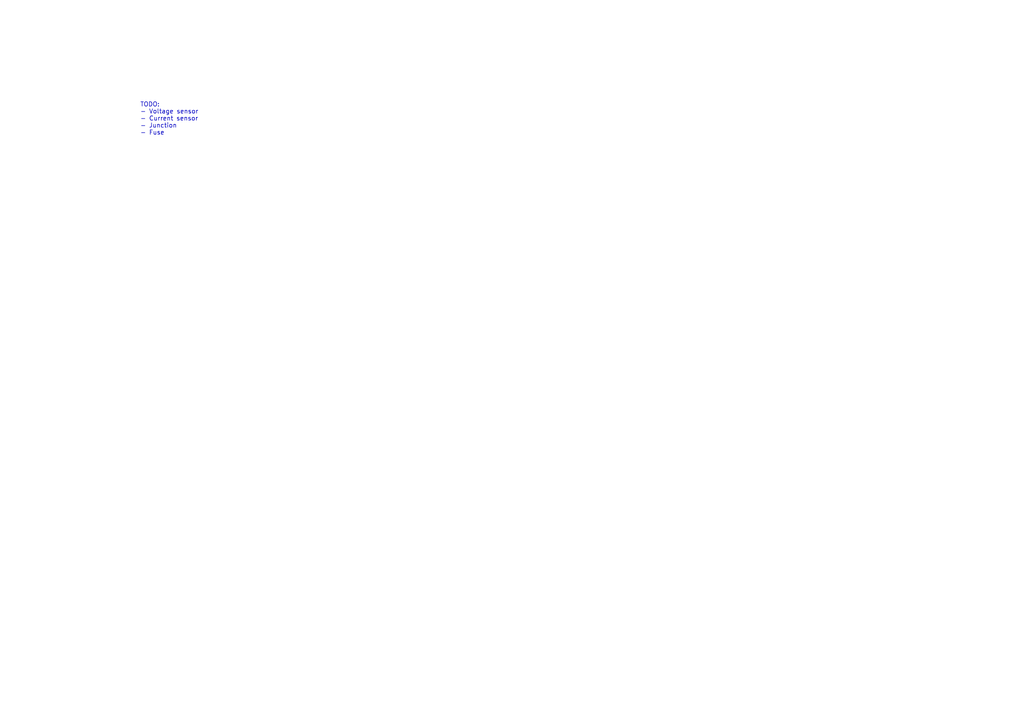
<source format=kicad_sch>
(kicad_sch (version 20211123) (generator eeschema)
  (paper "A4")
  (lib_symbols)
  (text "TODO:\n- Voltage sensor\n- Current sensor\n- Junction\n- Fuse" (at 40.64 39.37 0) (effects (font (size 1.27 1.27)) (justify left bottom)))
)
</source>
